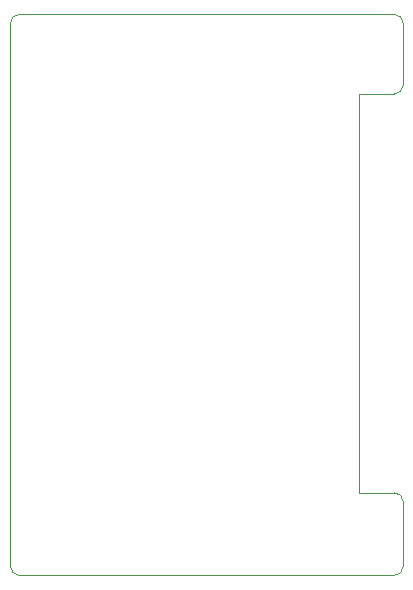
<source format=gm1>
%TF.GenerationSoftware,KiCad,Pcbnew,7.0.6-7.0.6~ubuntu22.10.1*%
%TF.CreationDate,2023-08-25T09:43:34+03:00*%
%TF.ProjectId,Power Supply Module,506f7765-7220-4537-9570-706c79204d6f,rev?*%
%TF.SameCoordinates,Original*%
%TF.FileFunction,Profile,NP*%
%FSLAX46Y46*%
G04 Gerber Fmt 4.6, Leading zero omitted, Abs format (unit mm)*
G04 Created by KiCad (PCBNEW 7.0.6-7.0.6~ubuntu22.10.1) date 2023-08-25 09:43:34*
%MOMM*%
%LPD*%
G01*
G04 APERTURE LIST*
%TA.AperFunction,Profile*%
%ADD10C,0.100000*%
%TD*%
G04 APERTURE END LIST*
D10*
X166750000Y-59750000D02*
G75*
G03*
X166000000Y-60500000I0J-750000D01*
G01*
X166000000Y-106500000D02*
G75*
G03*
X166750000Y-107250000I750000J0D01*
G01*
X198500000Y-107250000D02*
G75*
G03*
X199250000Y-106500000I0J750000D01*
G01*
X199250000Y-101000000D02*
G75*
G03*
X198500000Y-100250000I-750000J0D01*
G01*
X198500000Y-66500000D02*
G75*
G03*
X199250000Y-65750000I0J750000D01*
G01*
X199250000Y-60500000D02*
G75*
G03*
X198500000Y-59750000I-750000J0D01*
G01*
X198500000Y-66500000D02*
X195500000Y-66500000D01*
X199250000Y-60500000D02*
X199250000Y-65750000D01*
X195500000Y-100250000D02*
X195500000Y-66500000D01*
X198500000Y-100250000D02*
X195500000Y-100250000D01*
X199250000Y-106500000D02*
X199250000Y-101000000D01*
X166750000Y-107250000D02*
X198500000Y-107250000D01*
X166000000Y-60500000D02*
X166000000Y-106500000D01*
X198500000Y-59750000D02*
X166750000Y-59750000D01*
M02*

</source>
